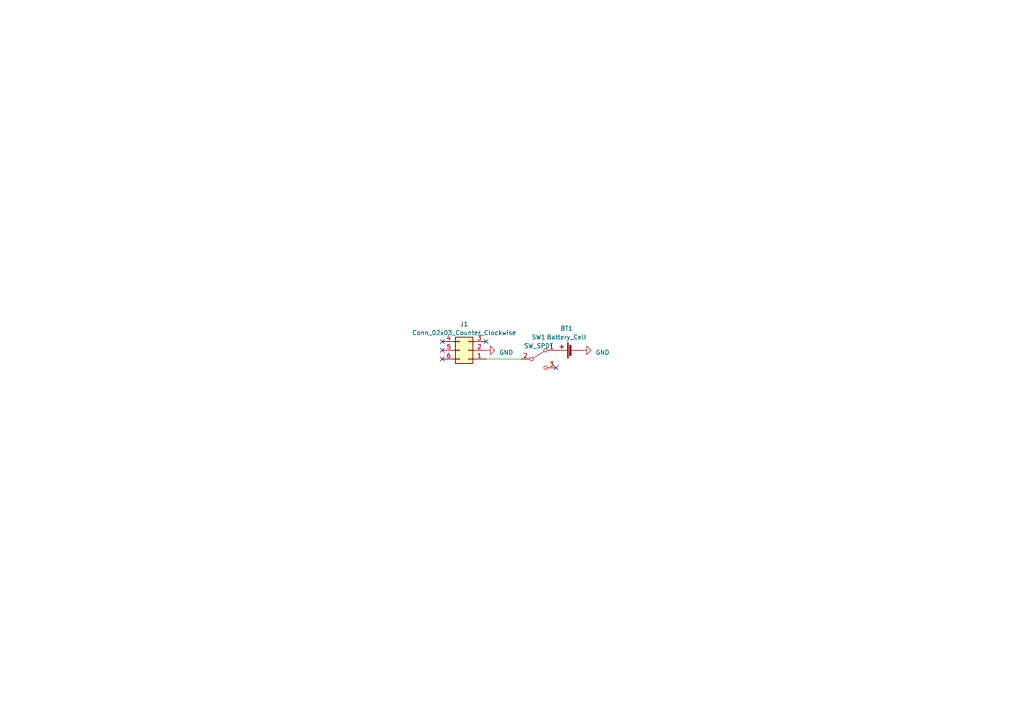
<source format=kicad_sch>
(kicad_sch (version 20230121) (generator eeschema)
  (paper "A4")
  (lib_symbols
    (symbol "Connector_Generic:Conn_02x03_Counter_Clockwise" (pin_names (offset 1.016) hide)
      (property "Reference" "J" (at 1.27 5.08 0))
      (property "Value" "Conn_02x03_Counter_Clockwise" (at 1.27 -5.08 0))
      (symbol "Conn_02x03_Counter_Clockwise_1_1"
        (rectangle (start -1.27 -2.413) (end 0 -2.667) (stroke (width 0.1524)))
        (rectangle (start -1.27 0.127) (end 0 -0.127) (stroke (width 0.1524)))
        (rectangle (start -1.27 2.667) (end 0 2.413) (stroke (width 0.1524)))
        (rectangle (start -1.27 3.81) (end 3.81 -3.81) (stroke (width 0.254)) (fill (type background)))
        (rectangle (start 3.81 -2.413) (end 2.54 -2.667) (stroke (width 0.1524)))
        (rectangle (start 3.81 0.127) (end 2.54 -0.127) (stroke (width 0.1524)))
        (rectangle (start 3.81 2.667) (end 2.54 2.413) (stroke (width 0.1524)))
        (pin passive line (at -5.08 2.54 0) (length 3.81) (name "Pin_1") (number "1"))
        (pin passive line (at -5.08 0 0) (length 3.81) (name "Pin_2") (number "2"))
        (pin passive line (at -5.08 -2.54 0) (length 3.81) (name "Pin_3") (number "3"))
        (pin passive line (at 7.62 -2.54 180) (length 3.81) (name "Pin_4") (number "4"))
        (pin passive line (at 7.62 0 180) (length 3.81) (name "Pin_5") (number "5"))
        (pin passive line (at 7.62 2.54 180) (length 3.81) (name "Pin_6") (number "6"))
      )
    )
    (symbol "Device:Battery_Cell" (pin_numbers hide) (pin_names (offset 0) hide)
      (property "Reference" "BT" (at 2.54 2.54 0))
      (property "Value" "Battery_Cell" (at 2.54 0 0))
      (symbol "Battery_Cell_0_1"
        (rectangle (start -2.286 1.778) (end 2.286 1.524) (fill (type outline)))
        (rectangle (start -1.5748 1.1938) (end 1.4732 0.6858) (fill (type outline)))
        (polyline (pts (xy 0 0.762) (xy 0 0)))
        (polyline (pts (xy 0 1.778) (xy 0 2.54)))
        (polyline (pts (xy 0.508 3.429) (xy 1.524 3.429)) (stroke (width 0.254)))
        (polyline (pts (xy 1.016 3.937) (xy 1.016 2.921)) (stroke (width 0.254)))
      )
      (symbol "Battery_Cell_1_1"
        (pin passive line (at 0 5.08 270) (length 2.54) (name "+") (number "1"))
        (pin passive line (at 0 -2.54 90) (length 2.54) (name "-") (number "2"))
      )
    )
    (symbol "Switch:SW_SPDT" (pin_names (offset 0) hide)
      (property "Reference" "SW" (at 0 4.318 0))
      (property "Value" "SW_SPDT" (at 0 -5.08 0))
      (symbol "SW_SPDT_0_0"
        (circle (center -2.032 0) (radius 0.508))
        (circle (center 2.032 -2.54) (radius 0.508))
      )
      (symbol "SW_SPDT_0_1"
        (polyline (pts (xy -1.524 0.254) (xy 1.651 2.286)))
        (circle (center 2.032 2.54) (radius 0.508))
      )
      (symbol "SW_SPDT_1_1"
        (pin passive line (at 5.08 2.54 180) (length 2.54) (name "A") (number "1"))
        (pin passive line (at -5.08 0 0) (length 2.54) (name "B") (number "2"))
        (pin passive line (at 5.08 -2.54 180) (length 2.54) (name "C") (number "3"))
      )
    )
    (symbol "power:GND" (power) (pin_names (offset 0))
      (property "Value" "GND" (at 0 -3.81 0))
      (symbol "GND_0_1"
        (polyline (pts (xy 0 0) (xy 0 -1.27) (xy 1.27 -1.27) (xy 0 -2.54) (xy -1.27 -1.27) (xy 0 -1.27)))
      )
      (symbol "GND_1_1"
        (pin power_in line (at 0 0 270) (length 0) hide (name "GND") (number "1"))
      )
    )
  )
  (no_connect (at 161.29 106.68))
  (no_connect (at 140.97 99.06))
  (no_connect (at 128.27 101.6))
  (no_connect (at 128.27 104.14))
  (no_connect (at 128.27 99.06))
  (wire (pts (xy 140.97 104.14) (xy 151.13 104.14)))
  (symbol (lib_id "Device:Battery_Cell") (at 166.37 101.6 90) (unit 1)
    (property "Reference" "BT1" (at 164.338 95.25 90))
    (property "Value" "Battery_Cell" (at 164.338 97.79 90))
    (property "Footprint" "Battery:BatteryHolder_Keystone_3034_1x20mm" (effects hide))
  )
  (symbol (lib_id "Connector_Generic:Conn_02x03_Counter_Clockwise") (at 135.89 101.6 180) (unit 1)
    (property "Reference" "J1" (at 134.62 93.98 0))
    (property "Value" "Conn_02x03_Counter_Clockwise" (at 134.62 96.52 0))
    (property "Footprint" "Connector_PinSocket_2.54mm:PinSocket_2x03_P2.54mm_Vertical" (effects hide))
  )
  (symbol (lib_id "power:GND") (at 140.97 101.6 90) (unit 1)
    (property "Reference" "#PWR01" (effects hide))
    (property "Value" "GND" (at 144.78 102.235 90) (effects (justify right)))
  )
  (symbol (lib_id "power:GND") (at 168.91 101.6 90) (unit 1)
    (property "Reference" "#PWR02" (effects hide))
    (property "Value" "GND" (at 172.72 102.235 90) (effects (justify right)))
  )
  (symbol (lib_id "Switch:SW_SPDT") (at 156.21 104.14 0) (unit 1)
    (property "Reference" "SW1" (at 156.21 97.79 0))
    (property "Value" "SW_SPDT" (at 156.21 100.33 0))
    (property "Footprint" "Button_Switch_SMD:SW_SPDT_PCM12" (effects hide))
  )
)
</source>
